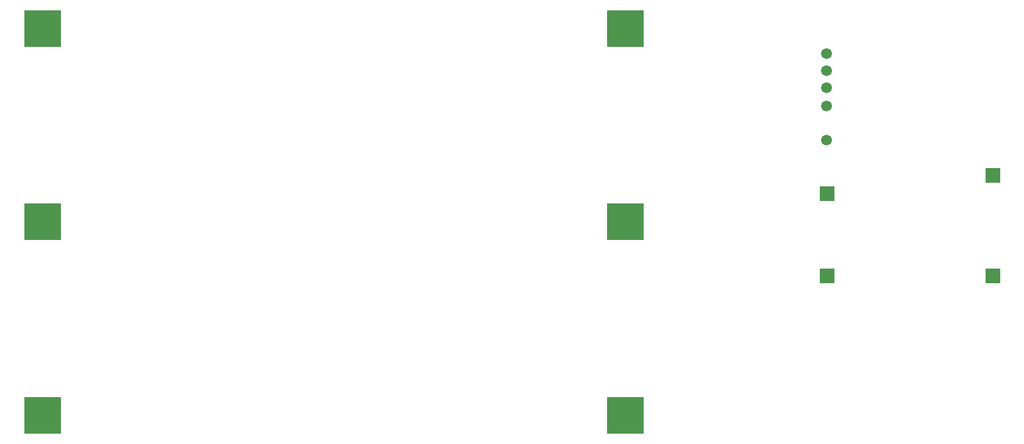
<source format=gbr>
%TF.GenerationSoftware,KiCad,Pcbnew,8.0.2*%
%TF.CreationDate,2024-06-19T11:28:36-04:00*%
%TF.ProjectId,StringsVR-Power,53747269-6e67-4735-9652-2d506f776572,rev?*%
%TF.SameCoordinates,Original*%
%TF.FileFunction,Paste,Top*%
%TF.FilePolarity,Positive*%
%FSLAX46Y46*%
G04 Gerber Fmt 4.6, Leading zero omitted, Abs format (unit mm)*
G04 Created by KiCad (PCBNEW 8.0.2) date 2024-06-19 11:28:36*
%MOMM*%
%LPD*%
G01*
G04 APERTURE LIST*
G04 Aperture macros list*
%AMFreePoly0*
4,1,5,2.500000,-2.500000,-2.500000,-2.500000,-2.500000,2.500000,2.500000,2.500000,2.500000,-2.500000,2.500000,-2.500000,$1*%
%AMFreePoly1*
4,1,5,1.000000,-1.000000,-1.000000,-1.000000,-1.000000,1.000000,1.000000,1.000000,1.000000,-1.000000,1.000000,-1.000000,$1*%
G04 Aperture macros list end*
%ADD10FreePoly0,0.000000*%
%ADD11FreePoly1,180.000000*%
%ADD12R,2.000000X2.000000*%
%ADD13C,1.500000*%
G04 APERTURE END LIST*
D10*
%TO.C,U3*%
X91700000Y-99700000D03*
X172700000Y-99700000D03*
%TD*%
%TO.C,U4*%
X91700000Y-126600000D03*
X172700000Y-126600000D03*
%TD*%
%TO.C,U2*%
X91700000Y-72800000D03*
X172700000Y-72800000D03*
%TD*%
D11*
%TO.C,U1*%
X223700000Y-107200000D03*
X223700000Y-93200000D03*
D12*
X200700000Y-107200000D03*
D11*
X200700000Y-95740000D03*
%TD*%
D13*
%TO.C,U5*%
X200600000Y-76300000D03*
X200600000Y-78700000D03*
X200600000Y-81030000D03*
X200600000Y-83570000D03*
X200600000Y-88300000D03*
%TD*%
M02*

</source>
